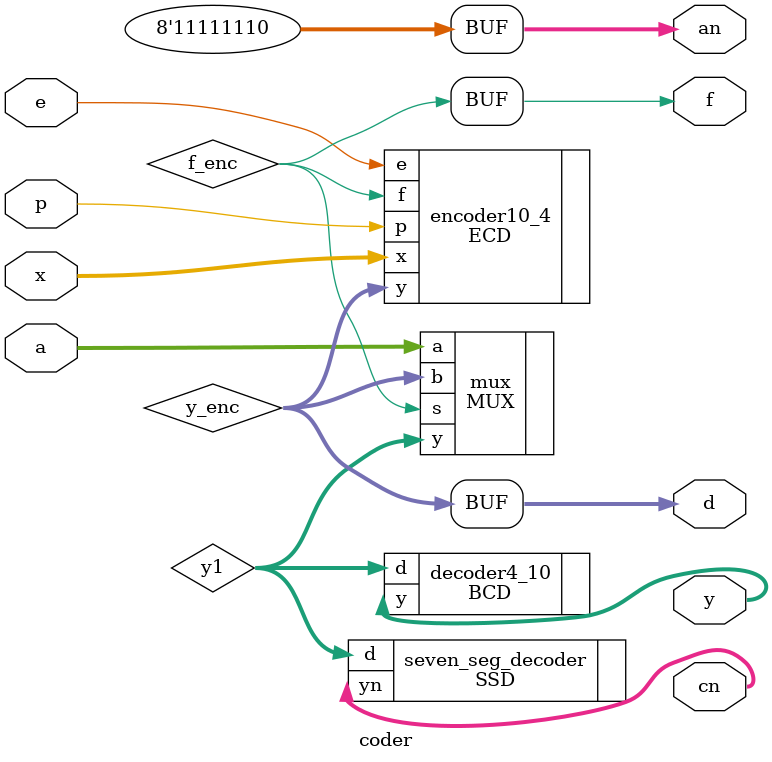
<source format=v>
`timescale 1ns / 1ps


module coder(
    input            e, //模块声明时，input 端口必须是 wire 型变量
    input            p,
    input      [9:0] x,
    input      [3:0] a,
    output           f,
    output [3:0]     d, //模块声明时，output 端口可以是 wire 或 reg 型变量
    output [9:0]     y,
    output [6:0]     cn,
    output [7:0]     an
    );
    wire [3:0] y1;
    wire [3:0] y_enc;
    wire       f_enc;

    ECD encoder10_4(
        .e(e),
        .p(p),
        .x(x),//模块例化时，input 端口可以连接 wire 或 reg 型变量
        .f(f_enc),//模块例化时，output 端口必须连接 wire 型变量
        .y(y_enc)
    );
    assign d = y_enc;
    MUX mux(
        .a(a),
        .b(y_enc),
        .s(f_enc),
        .y(y1)
    );
    BCD decoder4_10(
        .d(y1),
        .y(y)
    );
    SSD seven_seg_decoder(
        .d(y1),
        .yn(cn)
    );
    assign f = f_enc;
    assign an = 8'b1111_1110;
endmodule

</source>
